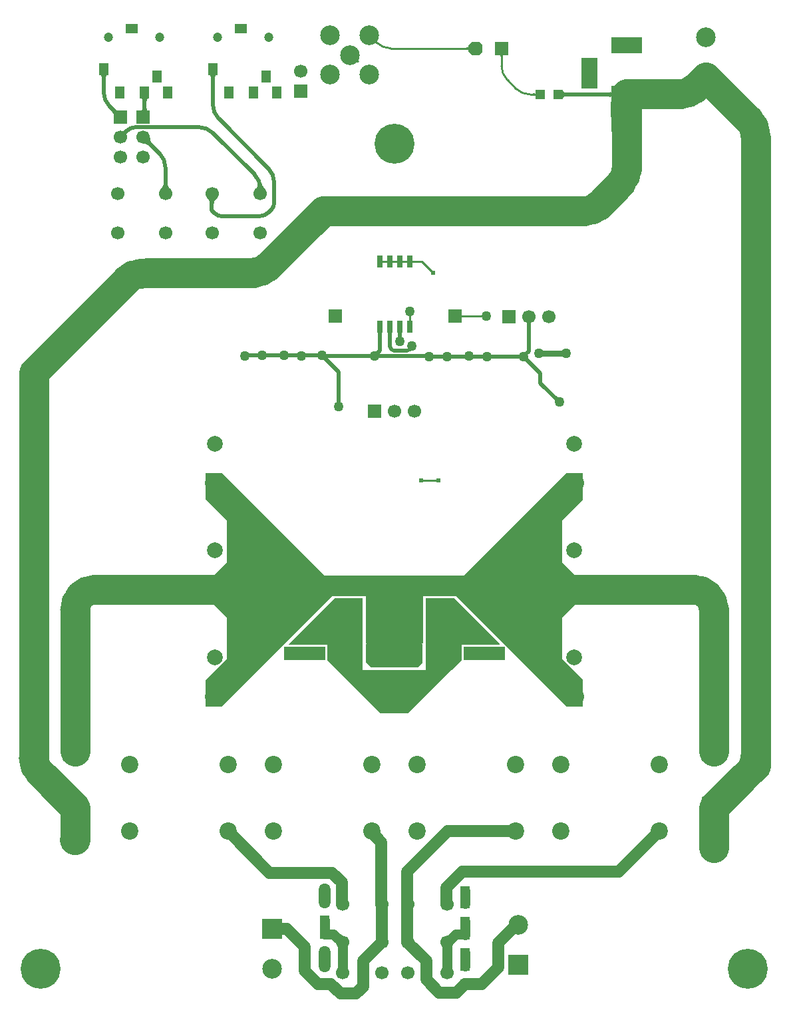
<source format=gtl>
G04*
G04 #@! TF.GenerationSoftware,Altium Limited,Altium Designer,20.0.13 (296)*
G04*
G04 Layer_Physical_Order=1*
G04 Layer_Color=255*
%FSLAX44Y44*%
%MOMM*%
G71*
G01*
G75*
%ADD12C,0.2540*%
%ADD17R,0.6500X1.5000*%
%ADD18R,1.2700X1.2700*%
%ADD19R,1.7780X1.6510*%
G04:AMPARAMS|DCode=20|XSize=1.778mm|YSize=1.651mm|CornerRadius=0mm|HoleSize=0mm|Usage=FLASHONLY|Rotation=0.000|XOffset=0mm|YOffset=0mm|HoleType=Round|Shape=Octagon|*
%AMOCTAGOND20*
4,1,8,0.8890,-0.4128,0.8890,0.4128,0.4763,0.8255,-0.4763,0.8255,-0.8890,0.4128,-0.8890,-0.4128,-0.4763,-0.8255,0.4763,-0.8255,0.8890,-0.4128,0.0*
%
%ADD20OCTAGOND20*%

%ADD21R,1.2700X1.2700*%
%ADD22R,2.2000X1.7500*%
%ADD23R,3.1500X2.6000*%
%ADD36C,2.2000*%
%ADD45C,0.5080*%
%ADD46C,3.8100*%
%ADD47C,1.5000*%
%ADD48C,2.5400*%
%ADD49C,1.2700*%
%ADD50C,0.7620*%
%ADD51R,5.9436X11.6675*%
%ADD52R,5.0800X1.7272*%
%ADD53R,2.3622X6.3500*%
%ADD54R,3.0480X2.6416*%
%ADD55C,1.7000*%
%ADD56C,5.0800*%
%ADD57C,2.5000*%
%ADD58R,2.0000X4.0000*%
%ADD59R,4.0000X2.0000*%
%ADD60C,2.0000*%
%ADD61R,2.0000X2.0000*%
%ADD62R,1.7000X1.7000*%
%ADD63C,1.2000*%
%ADD64R,1.2000X1.5000*%
%ADD65R,1.5000X1.2000*%
%ADD66R,2.5000X2.5000*%
%ADD67R,1.7000X1.7000*%
%ADD68C,1.2700*%
%ADD69C,0.6096*%
G36*
X-288764Y1048884D02*
X-288662Y1048138D01*
X-288491Y1047401D01*
X-288252Y1046674D01*
X-287945Y1045955D01*
X-287570Y1045245D01*
X-287127Y1044545D01*
X-286616Y1043854D01*
X-286036Y1043171D01*
X-285388Y1042498D01*
X-297288D01*
X-296640Y1043171D01*
X-296060Y1043854D01*
X-295549Y1044545D01*
X-295106Y1045245D01*
X-294730Y1045955D01*
X-294424Y1046674D01*
X-294185Y1047401D01*
X-294014Y1048138D01*
X-293912Y1048884D01*
X-293878Y1049640D01*
X-288798D01*
X-288764Y1048884D01*
D02*
G37*
G36*
X-168746Y1048805D02*
X-168472Y1048042D01*
X-168156Y1047297D01*
X-167796Y1046569D01*
X-167393Y1045860D01*
X-166947Y1045168D01*
X-166458Y1044495D01*
X-165925Y1043839D01*
X-164729Y1042581D01*
X-176628Y1042414D01*
X-175969Y1043125D01*
X-175404Y1043835D01*
X-174932Y1044545D01*
X-174553Y1045254D01*
X-174268Y1045963D01*
X-174076Y1046671D01*
X-173977Y1047378D01*
X-173972Y1048085D01*
X-174060Y1048792D01*
X-174241Y1049497D01*
X-168975Y1049586D01*
X-168746Y1048805D01*
D02*
G37*
G36*
X-226228Y1029737D02*
X-226920Y1029156D01*
X-227539Y1028553D01*
X-228085Y1027930D01*
X-228559Y1027286D01*
X-228959Y1026621D01*
X-229287Y1025935D01*
X-229542Y1025228D01*
X-229724Y1024499D01*
X-229834Y1023750D01*
X-229870Y1022980D01*
X-234950Y1023573D01*
X-234981Y1024310D01*
X-235074Y1025049D01*
X-235229Y1025790D01*
X-235447Y1026535D01*
X-235726Y1027281D01*
X-236068Y1028031D01*
X-236471Y1028782D01*
X-236937Y1029537D01*
X-237465Y1030294D01*
X-238055Y1031053D01*
X-226228Y1029737D01*
D02*
G37*
G36*
X36068Y463258D02*
Y439585D01*
X29718Y433235D01*
X8636D01*
Y469303D01*
X14224Y474891D01*
Y480733D01*
X36068Y463258D01*
D02*
G37*
G36*
X-14224Y474891D02*
X-8636Y469303D01*
Y433235D01*
X-29718D01*
X-36068Y439585D01*
Y463258D01*
X-14224Y480733D01*
Y474891D01*
D02*
G37*
G36*
X135128Y462318D02*
X85598Y462318D01*
X85598Y442760D01*
X72644Y429806D01*
X72428D01*
X17526Y374904D01*
X-17526D01*
X-72428Y429806D01*
X-72644D01*
X-85598Y442760D01*
X-85598Y462318D01*
X-135128Y462318D01*
X-76454Y520992D01*
X-40132D01*
X-40132Y429806D01*
X-546D01*
X0Y429260D01*
X546Y429806D01*
X40132D01*
X40132Y520992D01*
X76454D01*
X135128Y462318D01*
D02*
G37*
G36*
X240030Y646976D02*
X213360Y620306D01*
Y567220D01*
X238806Y541774D01*
X239014D01*
Y541566D01*
Y522516D01*
X238806D01*
X213360Y497070D01*
Y443984D01*
X240030Y417314D01*
Y383532D01*
X219202D01*
X79202Y523532D01*
X12446D01*
Y524294D01*
Y540758D01*
Y549948D01*
X88392D01*
X219202Y680758D01*
X240030D01*
Y646976D01*
D02*
G37*
G36*
X-88392Y549948D02*
X-12446D01*
Y540758D01*
Y524294D01*
Y523532D01*
X-79202D01*
X-219202Y383532D01*
X-240030D01*
Y417314D01*
X-213360Y443984D01*
Y497070D01*
X-238806Y522516D01*
X-239014D01*
Y522724D01*
Y541566D01*
Y541774D01*
X-238806D01*
X-213360Y567220D01*
Y620306D01*
X-240030Y646976D01*
Y680758D01*
X-219202D01*
X-88392Y549948D01*
D02*
G37*
G36*
X-390681Y267584D02*
X-422119Y241644D01*
X-422389Y242246D01*
X-423197Y243351D01*
X-424544Y244961D01*
X-435321Y256436D01*
X-449060Y270333D01*
X-432840Y307995D01*
X-390681Y267584D01*
D02*
G37*
G36*
X449060Y270333D02*
X422119Y241644D01*
X390681Y267584D01*
X391417Y267988D01*
X392926Y269200D01*
X398265Y274049D01*
X432840Y307995D01*
X449060Y270333D01*
D02*
G37*
G36*
X-365356Y1187232D02*
X-365788Y1187079D01*
X-366169Y1186825D01*
X-366499Y1186470D01*
X-366778Y1186012D01*
X-367007Y1185454D01*
X-367185Y1184793D01*
X-367312Y1184031D01*
X-367388Y1183168D01*
X-367413Y1182203D01*
X-372494D01*
X-372519Y1183168D01*
X-372595Y1184031D01*
X-372722Y1184793D01*
X-372900Y1185454D01*
X-373129Y1186012D01*
X-373408Y1186470D01*
X-373738Y1186825D01*
X-374119Y1187079D01*
X-374551Y1187232D01*
X-375033Y1187282D01*
X-364874D01*
X-365356Y1187232D01*
D02*
G37*
G36*
X-226471Y1187232D02*
X-226902Y1187079D01*
X-227283Y1186825D01*
X-227614Y1186470D01*
X-227893Y1186012D01*
X-228122Y1185454D01*
X-228299Y1184793D01*
X-228426Y1184031D01*
X-228503Y1183168D01*
X-228528Y1182202D01*
X-233608D01*
X-233633Y1183168D01*
X-233710Y1184031D01*
X-233837Y1184793D01*
X-234014Y1185454D01*
X-234243Y1186012D01*
X-234522Y1186470D01*
X-234853Y1186825D01*
X-235234Y1187079D01*
X-235665Y1187232D01*
X-236148Y1187282D01*
X-225988D01*
X-226471Y1187232D01*
D02*
G37*
G36*
X-313356Y1157232D02*
X-313788Y1157079D01*
X-314169Y1156825D01*
X-314499Y1156470D01*
X-314778Y1156012D01*
X-315007Y1155454D01*
X-315185Y1154793D01*
X-315312Y1154031D01*
X-315388Y1153168D01*
X-315413Y1152203D01*
X-320494D01*
X-320519Y1153168D01*
X-320595Y1154031D01*
X-320722Y1154793D01*
X-320900Y1155454D01*
X-321129Y1156012D01*
X-321408Y1156470D01*
X-321738Y1156825D01*
X-322119Y1157079D01*
X-322551Y1157232D01*
X-323033Y1157282D01*
X-312873D01*
X-313356Y1157232D01*
D02*
G37*
G36*
X-315388Y1145927D02*
X-315312Y1145058D01*
X-315185Y1144291D01*
X-315007Y1143627D01*
X-314778Y1143065D01*
X-314499Y1142605D01*
X-314169Y1142247D01*
X-313788Y1141991D01*
X-313356Y1141838D01*
X-312873Y1141787D01*
X-323033D01*
X-322551Y1141838D01*
X-322119Y1141991D01*
X-321738Y1142247D01*
X-321408Y1142605D01*
X-321129Y1143065D01*
X-320900Y1143627D01*
X-320722Y1144291D01*
X-320595Y1145058D01*
X-320519Y1145927D01*
X-320494Y1146898D01*
X-315413D01*
X-315388Y1145927D01*
D02*
G37*
G36*
X-356167Y1144401D02*
X-354296Y1142814D01*
X-353468Y1142236D01*
X-352714Y1141802D01*
X-352032Y1141512D01*
X-351422Y1141365D01*
X-350885Y1141362D01*
X-350420Y1141503D01*
X-350027Y1141787D01*
X-357181Y1134633D01*
X-356897Y1135026D01*
X-356756Y1135490D01*
X-356759Y1136028D01*
X-356906Y1136638D01*
X-357196Y1137320D01*
X-357630Y1138074D01*
X-358208Y1138902D01*
X-358930Y1139801D01*
X-360804Y1141817D01*
X-357211Y1145410D01*
X-356167Y1144401D01*
D02*
G37*
G36*
X-338923Y1114175D02*
X-339349Y1113738D01*
X-340316Y1112605D01*
X-340536Y1112286D01*
X-340704Y1111997D01*
X-340820Y1111737D01*
X-340885Y1111506D01*
X-340899Y1111305D01*
X-340861Y1111133D01*
X-345557Y1115829D01*
X-345385Y1115791D01*
X-345184Y1115805D01*
X-344953Y1115870D01*
X-344693Y1115986D01*
X-344404Y1116154D01*
X-344085Y1116374D01*
X-343736Y1116645D01*
X-342952Y1117341D01*
X-342515Y1117767D01*
X-338923Y1114175D01*
D02*
G37*
G36*
X-311015Y1106929D02*
X-310942Y1106037D01*
X-310815Y1105186D01*
X-310633Y1104377D01*
X-310397Y1103610D01*
X-310105Y1102885D01*
X-309760Y1102202D01*
X-309359Y1101560D01*
X-308904Y1100960D01*
X-308394Y1100402D01*
X-311986Y1096810D01*
X-312544Y1097320D01*
X-313144Y1097775D01*
X-313786Y1098176D01*
X-314469Y1098521D01*
X-315194Y1098813D01*
X-315961Y1099049D01*
X-316770Y1099231D01*
X-317621Y1099358D01*
X-318513Y1099431D01*
X-319447Y1099448D01*
X-311032Y1107863D01*
X-311015Y1106929D01*
D02*
G37*
G36*
X91979Y1222248D02*
X92468Y1222261D01*
X92905Y1222299D01*
X93290Y1222362D01*
X93624Y1222451D01*
X93907Y1222566D01*
X94138Y1222705D01*
X94318Y1222870D01*
X94447Y1223061D01*
X94524Y1223277D01*
X94550Y1223518D01*
Y1218438D01*
X94524Y1218679D01*
X94447Y1218895D01*
X94318Y1219086D01*
X94138Y1219251D01*
X93907Y1219390D01*
X93624Y1219505D01*
X93290Y1219594D01*
X92905Y1219657D01*
X92468Y1219695D01*
X91979Y1219708D01*
Y1222248D01*
D02*
G37*
G36*
X135129Y1210213D02*
X135116Y1210696D01*
X135078Y1211128D01*
X135014Y1211509D01*
X134926Y1211839D01*
X134811Y1212119D01*
X134672Y1212347D01*
X134507Y1212525D01*
X134316Y1212652D01*
X134100Y1212728D01*
X133859Y1212754D01*
X138939D01*
X138698Y1212728D01*
X138482Y1212652D01*
X138291Y1212525D01*
X138126Y1212347D01*
X137986Y1212119D01*
X137872Y1211839D01*
X137783Y1211509D01*
X137720Y1211128D01*
X137682Y1210696D01*
X137669Y1210213D01*
X135129D01*
D02*
G37*
G36*
X176560Y1163574D02*
X177049Y1163587D01*
X177486Y1163625D01*
X177871Y1163688D01*
X178206Y1163777D01*
X178488Y1163892D01*
X178720Y1164031D01*
X178900Y1164196D01*
X179028Y1164387D01*
X179105Y1164603D01*
X179131Y1164844D01*
Y1159764D01*
X179105Y1160005D01*
X179028Y1160221D01*
X178900Y1160412D01*
X178720Y1160577D01*
X178488Y1160716D01*
X178206Y1160831D01*
X177871Y1160920D01*
X177486Y1160983D01*
X177049Y1161021D01*
X176560Y1161034D01*
Y1163574D01*
D02*
G37*
G36*
X219680Y1159764D02*
X218714Y1159739D01*
X217851Y1159662D01*
X217089Y1159535D01*
X216428Y1159358D01*
X215870Y1159129D01*
X215412Y1158850D01*
X215057Y1158519D01*
X214803Y1158138D01*
X214650Y1157707D01*
X214599Y1157224D01*
Y1167384D01*
X214650Y1166901D01*
X214803Y1166470D01*
X215057Y1166089D01*
X215412Y1165758D01*
X215870Y1165479D01*
X216428Y1165250D01*
X217089Y1165073D01*
X217851Y1164946D01*
X218714Y1164869D01*
X219680Y1164844D01*
Y1159764D01*
D02*
G37*
G36*
X270352Y1164844D02*
X271324Y1164869D01*
X272192Y1164946D01*
X272959Y1165073D01*
X273623Y1165250D01*
X274185Y1165479D01*
X274645Y1165758D01*
X275003Y1166089D01*
X275259Y1166470D01*
X275412Y1166901D01*
X275463Y1167384D01*
Y1157224D01*
X275412Y1157707D01*
X275259Y1158138D01*
X275003Y1158519D01*
X274645Y1158850D01*
X274185Y1159129D01*
X273623Y1159358D01*
X272959Y1159535D01*
X272192Y1159662D01*
X271324Y1159739D01*
X270352Y1159764D01*
Y1164844D01*
D02*
G37*
G36*
X276352Y1114682D02*
X275432Y1152782D01*
X315371D01*
X315197Y1152401D01*
X315040Y1151258D01*
X314902Y1149353D01*
X314489Y1128398D01*
X314452Y1114682D01*
X276352D01*
D02*
G37*
D12*
X-52560Y1210800D02*
G03*
X-56896Y1212596I-4336J-4336D01*
G01*
X154613Y1169743D02*
G03*
X172573Y1162304I17960J17960D01*
G01*
X136399Y1198478D02*
G03*
X143838Y1180518I25400J0D01*
G01*
X-22717Y1228418D02*
G03*
X-4757Y1220978I17960J17960D01*
G01*
X7112Y949588D02*
X19812D01*
X35208D01*
X-5588D02*
X7112D01*
X-52560Y1210800D02*
X-46228Y1204468D01*
X77432Y880364D02*
X116586D01*
X77216Y880148D02*
X77432Y880364D01*
X35208Y949588D02*
X49530Y935266D01*
X-19812Y949588D02*
X-5588D01*
X172573Y1162304D02*
X185420D01*
X143838Y1180518D02*
X154613Y1169743D01*
X136399Y1198478D02*
Y1220978D01*
X-31896Y1237596D02*
X-22717Y1228418D01*
X-4757Y1220978D02*
X103379D01*
X34036Y671360D02*
X56134D01*
X19812Y866588D02*
Y886244D01*
D17*
X7112Y866588D02*
D03*
X19812D02*
D03*
Y949588D02*
D03*
X-5588Y866588D02*
D03*
X-18288D02*
D03*
X7112Y949588D02*
D03*
X-5588D02*
D03*
X-18288D02*
D03*
D18*
X90122Y133111D02*
D03*
Y110251D02*
D03*
Y172001D02*
D03*
Y149141D02*
D03*
X90072Y93111D02*
D03*
Y70251D02*
D03*
X-89120Y71172D02*
D03*
Y94032D02*
D03*
X-89120Y134462D02*
D03*
Y111602D02*
D03*
X90122Y30718D02*
D03*
Y53578D02*
D03*
X-89120D02*
D03*
Y30718D02*
D03*
X-89120Y173462D02*
D03*
Y150602D02*
D03*
D19*
X136399Y1220978D02*
D03*
D20*
X103379D02*
D03*
D21*
X185420Y1162304D02*
D03*
X208280D02*
D03*
X29210Y486956D02*
D03*
X52070D02*
D03*
X-29464Y487210D02*
D03*
X-52324D02*
D03*
X-29464Y470446D02*
D03*
X-52324D02*
D03*
X28956Y470192D02*
D03*
X51816D02*
D03*
D22*
X-99200Y451396D02*
D03*
X-53200D02*
D03*
X-129400D02*
D03*
X-175400D02*
D03*
X129400D02*
D03*
X175400D02*
D03*
X53200D02*
D03*
X99200D02*
D03*
D23*
X-406400Y326614D02*
D03*
Y254614D02*
D03*
X406400Y254614D02*
D03*
Y326614D02*
D03*
D36*
X-211820Y310000D02*
D03*
Y225000D02*
D03*
X-336820Y310000D02*
D03*
Y225000D02*
D03*
X-153940D02*
D03*
Y310000D02*
D03*
X-28940Y225000D02*
D03*
Y310000D02*
D03*
X153940D02*
D03*
Y225000D02*
D03*
X28940D02*
D03*
Y310000D02*
D03*
X336820D02*
D03*
Y225000D02*
D03*
X211820D02*
D03*
Y310000D02*
D03*
D45*
X15542Y836216D02*
G03*
X21844Y842518I0J6302D01*
G01*
X-5588Y841804D02*
G03*
X0Y836216I5588J0D01*
G01*
X6858Y848106D02*
G03*
X7112Y848719I-613J613D01*
G01*
X-152908Y1050183D02*
G03*
X-160347Y1068143I-25400J0D01*
G01*
X-157219Y1014737D02*
G03*
X-152908Y1025144I-10407J10407D01*
G01*
X-173467Y1007110D02*
G03*
X-158750Y1013206I0J20813D01*
G01*
X-231068Y1149385D02*
G03*
X-223629Y1131424I25400J0D01*
G01*
X-229100Y1011421D02*
G03*
X-218694Y1007110I10407J10407D01*
G01*
X-231470Y1036428D02*
G03*
X-232410Y1034158I2270J-2270D01*
G01*
X-170593Y1042468D02*
G03*
X-178033Y1060429I-25400J0D01*
G01*
X-230812Y1113208D02*
G03*
X-248773Y1120648I-17960J-17960D01*
G01*
X-329438D02*
G03*
X-340719Y1115971I0J-15943D01*
G01*
X-291338Y1069233D02*
G03*
X-298778Y1087194I-25400J0D01*
G01*
X-369953Y1165080D02*
G03*
X-362514Y1147120I25400J0D01*
G01*
X-91440Y829348D02*
X-71035Y808943D01*
Y765059D02*
Y808943D01*
X67056Y829094D02*
X164338D01*
X170942Y835626D02*
Y879640D01*
X0Y836216D02*
X15542D01*
X-5588Y841804D02*
Y866588D01*
X7112Y848719D02*
Y866588D01*
X-18288Y836134D02*
Y866588D01*
X-291338Y1036428D02*
Y1069233D01*
X294954Y1162304D02*
X295402Y1162752D01*
X208280Y1162304D02*
X294954D01*
X-223629Y1131424D02*
X-160347Y1068143D01*
X-152908Y1025144D02*
Y1050183D01*
X-158750Y1013206D02*
X-157219Y1014737D01*
X-218694Y1007110D02*
X-173467D01*
X-231068Y1149385D02*
Y1194752D01*
X-232410Y1014730D02*
X-229100Y1011421D01*
X-232410Y1014730D02*
Y1034158D01*
X-230812Y1113208D02*
X-178033Y1060429D01*
X-170593Y1036428D02*
Y1042468D01*
X-329438Y1120648D02*
X-248773D01*
X-340719Y1115971D02*
X-340719Y1115971D01*
X-348742Y1107948D02*
X-340719Y1115971D01*
X-319532Y1107948D02*
X-298778Y1087194D01*
X-362514Y1147120D02*
X-348742Y1133348D01*
X-369953Y1165080D02*
Y1194752D01*
X44704Y829094D02*
X67056D01*
X-186055Y829983D02*
X-168021D01*
X-140843D01*
X-186182Y829856D02*
X-186055Y829983D01*
X-118618Y830110D02*
X-118364Y829856D01*
X-118237Y829983D01*
X-140716Y830110D02*
X-118618D01*
X164592Y829276D02*
X170942Y835626D01*
X164592Y828840D02*
Y829276D01*
X-24892Y829530D02*
X-18288Y836134D01*
X-24892Y829348D02*
Y829530D01*
X-232638Y1196322D02*
X-231068Y1194752D01*
X-231470Y1035198D02*
X-231269Y1035399D01*
Y1194551D02*
X-231068Y1194752D01*
X-317953Y1134927D02*
Y1164752D01*
X-319532Y1133348D02*
X-317953Y1134927D01*
X185928Y795058D02*
X210058Y770928D01*
X185928Y795058D02*
Y807504D01*
X164592Y828840D02*
X185928Y807504D01*
X-91440Y829348D02*
X-24892D01*
X43434D01*
X-92202Y830110D02*
X-91440Y829348D01*
X43434D02*
X44196Y828586D01*
X164338Y829094D02*
X164592Y828840D01*
X44196Y828586D02*
X44704Y829094D01*
X-140843Y829983D02*
X-140716Y830110D01*
X-118237Y829983D02*
X-92329D01*
X-92202Y830110D01*
D46*
X-322219Y934212D02*
G03*
X-340179Y926773I0J-25400D01*
G01*
X-458978Y317713D02*
G03*
X-451539Y299753I25400J0D01*
G01*
X459232Y1111397D02*
G03*
X451792Y1129358I-25400J0D01*
G01*
Y300007D02*
G03*
X459232Y317967I-17960J17960D01*
G01*
X364069Y1162752D02*
G03*
X382029Y1170191I0J25400D01*
G01*
X287962Y1049454D02*
G03*
X295402Y1067415I-17960J17960D01*
G01*
X241701Y1013714D02*
G03*
X259662Y1021153I0J25400D01*
G01*
X-179431Y935482D02*
G03*
X-161471Y942922I0J25400D01*
G01*
X406400Y506745D02*
G03*
X381000Y532145I-25400J0D01*
G01*
X-381000D02*
G03*
X-406400Y506745I0J-25400D01*
G01*
X-313690Y935482D02*
X-179431D01*
X-458978Y807974D02*
X-340179Y926773D01*
X-451539Y299753D02*
X-406400Y254614D01*
X-458978Y317713D02*
Y807974D01*
X396494Y1184656D02*
X451792Y1129358D01*
X406400Y254614D02*
X451792Y300007D01*
X459486Y307700D01*
Y1107440D01*
X382029Y1170191D02*
X396494Y1184656D01*
X295402Y1162752D02*
X364069D01*
X406400Y214414D02*
Y254614D01*
Y203746D02*
Y214414D01*
X259662Y1021153D02*
X287962Y1049454D01*
X-90170Y1013714D02*
X241701Y1013714D01*
X-161471Y942922D02*
X-99642Y1004751D01*
X-406400Y214414D02*
Y254614D01*
X-104394Y999490D02*
X-90170Y1013714D01*
X295402Y1067415D02*
Y1162752D01*
X-406908Y213906D02*
X-406400Y214414D01*
X406400Y203746D02*
X406654Y203492D01*
X406400Y214414D02*
X406908Y213906D01*
X406400Y254614D02*
Y254614D01*
X228600Y532145D02*
X381000D01*
X406400Y326614D02*
Y506745D01*
X-406400Y326614D02*
Y506745D01*
X-381000Y532145D02*
X-228600D01*
D47*
X-90122Y172001D02*
X-79291D01*
X66293Y132063D02*
Y153245D01*
X-79291Y172001D02*
X-67056Y159766D01*
Y132026D02*
Y159766D01*
X66293Y153245D02*
X86510Y173462D01*
X66710Y131680D02*
X67056Y132026D01*
X-66293Y132063D02*
X-65910Y131680D01*
X16202Y131426D02*
X16710Y131680D01*
Y131681D01*
X-68834Y18034D02*
X-48768D01*
X-39878Y26924D01*
Y59713D01*
X-81518Y30718D02*
X-68834Y18034D01*
X-89120Y30718D02*
X-81518D01*
X89120Y173462D02*
X285282D01*
X336820Y225000D01*
X-89120Y134462D02*
Y150602D01*
X-89120Y53578D02*
Y71172D01*
X-155702Y100838D02*
X-136652D01*
X-113792Y77978D01*
Y47498D02*
Y77978D01*
Y47498D02*
X-97012Y30718D01*
X-89120D01*
X-39878Y59713D02*
X-15910Y83681D01*
Y131680D01*
X15910D02*
Y173136D01*
X67774Y225000D01*
X153940D01*
X131826Y82550D02*
X155194Y105918D01*
X157734D01*
X131826Y51562D02*
Y82550D01*
X110982Y30718D02*
X131826Y51562D01*
X90122Y30718D02*
X110982D01*
X-211820Y225000D02*
X-158821Y172001D01*
X-90122D01*
X-28940Y223106D02*
Y225000D01*
Y223106D02*
X-16710Y210876D01*
Y131680D02*
Y210876D01*
X16202Y83427D02*
Y131426D01*
Y83427D02*
X40640Y59751D01*
Y35814D02*
Y59751D01*
Y35814D02*
X56896Y19558D01*
X78962D01*
X90122Y30718D01*
D48*
X190246Y629681D02*
X228600Y668035D01*
X-228600D02*
X-190246Y629681D01*
X-224513Y536232D02*
X-26416D01*
X190246Y434609D02*
Y493791D01*
X26416Y536232D02*
X224513D01*
X-190246Y434609D02*
Y493791D01*
Y570499D02*
Y629681D01*
X-224513Y536232D02*
X-190246Y570499D01*
X-224513Y528058D02*
X-190246Y493791D01*
X-228600Y396255D02*
X-190246Y434609D01*
X190246D02*
X228600Y396255D01*
X190246Y493791D02*
X224513Y528058D01*
X190246Y570499D02*
X224513Y536232D01*
X190246Y570499D02*
Y629681D01*
X224513Y536232D02*
X228600Y532145D01*
D49*
X89457Y93726D02*
X90072Y93111D01*
X77919Y93726D02*
X89457D01*
X67873Y83681D02*
X77919Y93726D01*
X66710Y83681D02*
X67873D01*
X-67074D02*
X-65910D01*
X-77425Y94032D02*
X-67074Y83681D01*
X-89120Y94032D02*
X-77425D01*
X-65910Y44638D02*
Y83681D01*
X-89120Y111602D02*
X-89120Y111602D01*
Y94032D02*
Y111602D01*
X66710Y83681D02*
X67533Y84503D01*
X66710Y44638D02*
Y83681D01*
X90122Y133111D02*
Y149141D01*
X90072Y70251D02*
X90122Y70201D01*
Y53578D02*
Y70201D01*
Y93161D02*
Y110251D01*
X90072Y93111D02*
X90122Y93161D01*
D50*
X183896Y832650D02*
X218948D01*
D51*
X0Y491572D02*
D03*
D52*
X-113538Y451142D02*
D03*
X113792Y451396D02*
D03*
D53*
X-24257Y494830D02*
D03*
X24257D02*
D03*
D54*
X-27686Y536740D02*
D03*
X27686D02*
D03*
D55*
X16710Y83681D02*
D03*
X66710D02*
D03*
X-65910Y131680D02*
D03*
X-15910D02*
D03*
X-65910Y44638D02*
D03*
X-15910D02*
D03*
X-118872Y1191514D02*
D03*
X0Y759244D02*
D03*
X25400D02*
D03*
X-170593Y1036428D02*
D03*
Y986428D02*
D03*
X-231470Y1036428D02*
D03*
Y986428D02*
D03*
X-291338Y1036428D02*
D03*
Y986428D02*
D03*
X-352298Y1036428D02*
D03*
Y986428D02*
D03*
X16710Y131680D02*
D03*
X66710D02*
D03*
X-15910Y83681D02*
D03*
X-65910D02*
D03*
X16710Y44638D02*
D03*
X66710D02*
D03*
X-319532Y1107948D02*
D03*
Y1082548D02*
D03*
X-348742Y1107948D02*
D03*
Y1082548D02*
D03*
X170942Y879640D02*
D03*
X196342D02*
D03*
D56*
X0Y1100000D02*
D03*
X-450000Y50000D02*
D03*
X450000D02*
D03*
D57*
X-81896Y1237596D02*
D03*
X-31896D02*
D03*
Y1187596D02*
D03*
X-81896D02*
D03*
X-56896Y1212596D02*
D03*
X-155702Y50038D02*
D03*
X396494Y1235456D02*
D03*
X157734Y105918D02*
D03*
D58*
X248402Y1189752D02*
D03*
D59*
X295402Y1224752D02*
D03*
Y1162752D02*
D03*
D60*
X228600Y446255D02*
D03*
Y582145D02*
D03*
Y718035D02*
D03*
X-228600Y446255D02*
D03*
Y718035D02*
D03*
Y582145D02*
D03*
D61*
X228600Y396255D02*
D03*
Y532145D02*
D03*
Y668035D02*
D03*
X-228600Y396255D02*
D03*
Y668035D02*
D03*
Y532145D02*
D03*
D62*
X-118872Y1166114D02*
D03*
X77216Y880148D02*
D03*
X-319532Y1133348D02*
D03*
X-348742D02*
D03*
X-75184Y880148D02*
D03*
D63*
X-160068Y1234752D02*
D03*
X-225068D02*
D03*
X-298953Y1234752D02*
D03*
X-363954D02*
D03*
D64*
X-150068Y1164752D02*
D03*
X-163068Y1184752D02*
D03*
X-179068Y1164752D02*
D03*
X-211068D02*
D03*
X-231068Y1194752D02*
D03*
X-369953Y1194752D02*
D03*
X-349953Y1164752D02*
D03*
X-317953D02*
D03*
X-301953Y1184752D02*
D03*
X-288953Y1164752D02*
D03*
D65*
X-195068Y1245752D02*
D03*
X-333954Y1245752D02*
D03*
D66*
X-155702Y100838D02*
D03*
X396494Y1184656D02*
D03*
X157734Y55118D02*
D03*
D67*
X-25400Y759244D02*
D03*
X145542Y879640D02*
D03*
D68*
X-71035Y765059D02*
D03*
X116586Y880364D02*
D03*
X21844Y842518D02*
D03*
X6858Y848106D02*
D03*
X183896Y832650D02*
D03*
X-168021Y829983D02*
D03*
X-190754Y829856D02*
D03*
X-118364D02*
D03*
X218948Y832650D02*
D03*
X210058Y770928D02*
D03*
X118110Y828586D02*
D03*
X94643Y829856D02*
D03*
X19812Y886244D02*
D03*
X-24892Y829348D02*
D03*
X164592Y828840D02*
D03*
X44196Y828586D02*
D03*
X67056Y829094D02*
D03*
X-140716Y830110D02*
D03*
X-92202D02*
D03*
D69*
X34036Y671360D02*
D03*
X49530Y935266D02*
D03*
X28956Y417322D02*
D03*
X21336D02*
D03*
X28956Y409702D02*
D03*
X21336D02*
D03*
Y402082D02*
D03*
X28956D02*
D03*
X13716Y417322D02*
D03*
Y409702D02*
D03*
X6096D02*
D03*
Y402082D02*
D03*
X13716D02*
D03*
X21336Y386842D02*
D03*
Y394462D02*
D03*
X13716Y386842D02*
D03*
Y394462D02*
D03*
X6096D02*
D03*
Y386842D02*
D03*
Y417322D02*
D03*
X-6096D02*
D03*
Y386842D02*
D03*
Y394462D02*
D03*
X-13716D02*
D03*
Y386842D02*
D03*
X-21336Y394462D02*
D03*
Y386842D02*
D03*
X-13716Y402082D02*
D03*
X-6096D02*
D03*
Y409702D02*
D03*
X-13716D02*
D03*
Y417322D02*
D03*
X-28956Y402082D02*
D03*
X-21336D02*
D03*
Y409702D02*
D03*
X-28956D02*
D03*
X-21336Y417322D02*
D03*
X-28956D02*
D03*
X56134Y671360D02*
D03*
X-418084Y208572D02*
D03*
X-410464D02*
D03*
X-402844D02*
D03*
X-395224D02*
D03*
Y216192D02*
D03*
X-418084D02*
D03*
X-410464D02*
D03*
X-418084Y223812D02*
D03*
X-402844D02*
D03*
X-410464D02*
D03*
X-402844Y216192D02*
D03*
X-395224Y223812D02*
D03*
X395224Y208572D02*
D03*
X402844D02*
D03*
X395224Y216192D02*
D03*
X418084Y208572D02*
D03*
X410464D02*
D03*
X402844Y223812D02*
D03*
Y216192D02*
D03*
X410464Y223812D02*
D03*
X395224D02*
D03*
X410464Y216192D02*
D03*
X418084D02*
D03*
Y223812D02*
D03*
X114300Y456222D02*
D03*
Y447586D02*
D03*
X-114300D02*
D03*
Y456222D02*
D03*
X-47752Y435394D02*
D03*
X-57912D02*
D03*
X57912D02*
D03*
X47752D02*
D03*
X-23622Y438188D02*
D03*
X-13462D02*
D03*
X13462D02*
D03*
X23622D02*
D03*
X49276Y517690D02*
D03*
Y502450D02*
D03*
Y510070D02*
D03*
X-56896Y517690D02*
D03*
X-49276D02*
D03*
X-56896Y510070D02*
D03*
X-49276D02*
D03*
Y502450D02*
D03*
X-56896D02*
D03*
X-26416Y528612D02*
D03*
X-18796D02*
D03*
Y536232D02*
D03*
X-26416D02*
D03*
X-18796Y543852D02*
D03*
X-26416D02*
D03*
X26416D02*
D03*
X18796D02*
D03*
X26416Y536232D02*
D03*
X18796D02*
D03*
Y528612D02*
D03*
X26416D02*
D03*
X56896Y502450D02*
D03*
Y510070D02*
D03*
Y517690D02*
D03*
M02*

</source>
